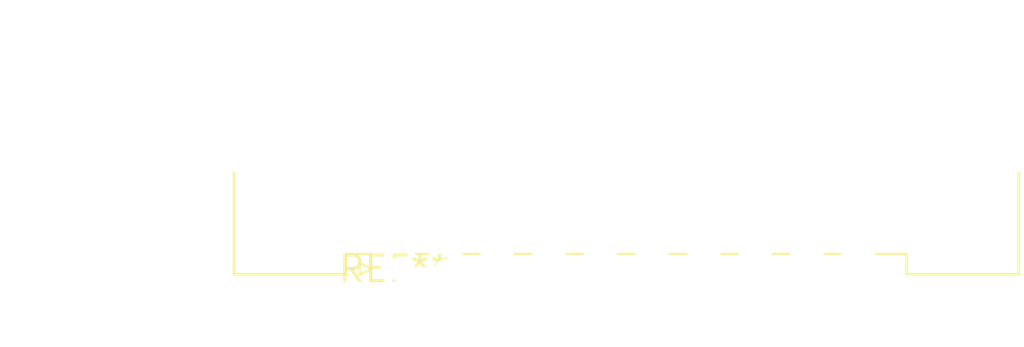
<source format=kicad_pcb>
(kicad_pcb (version 20240108) (generator pcbnew)
  (layers (0 "F.Cu" signal) (31 "B.Cu" signal) (34 "B.Paste" user) (35 "F.Paste" user) (36 "B.SilkS" user "B.Silkscreen") (37 "F.SilkS" user "F.Silkscreen") (38 "B.Mask" user) (39 "F.Mask" user) (44 "Edge.Cuts" user))
  (net 0 "")
  (footprint "DIN41612_B3_2x10_Male_Horizontal_THT" (layer "F.Cu") (at 0 0)
    (property "Reference" "REF**")
    (property "Value" "DIN41612_B3_2x10_Male_Horizontal_THT")
    (fp_line (start -7.88 -4.74) (end -7.88 0.26) (layer "F.SilkS") (stroke (width 0.12)))
    (fp_line (start -7.88 0.26) (end -2.36 0.26) (layer "F.SilkS") (stroke (width 0.12)))
    (fp_line (start -2.361 -0.74) (end -1.095 -0.74) (layer "F.SilkS") (stroke (width 0.12)))
    (fp_line (start -2.36 0.26) (end -2.36 -0.74) (layer "F.SilkS") (stroke (width 0.12)))
    (fp_line (start -1.695 -0.3) (end -1.695 0.3) (layer "F.SilkS") (stroke (width 0.12)))
    (fp_line (start -1.695 0.3) (end -1.095 0) (layer "F.SilkS") (stroke (width 0.12)))
    (fp_line (start -1.095 0) (end -1.695 -0.3) (layer "F.SilkS") (stroke (width 0.12)))
    (fp_line (start 1.095 -0.74) (end 1.671 -0.74) (layer "F.SilkS") (stroke (width 0.12)))
    (fp_line (start 3.41 -0.74) (end 4.211 -0.74) (layer "F.SilkS") (stroke (width 0.12)))
    (fp_line (start 5.95 -0.74) (end 6.751 -0.74) (layer "F.SilkS") (stroke (width 0.12)))
    (fp_line (start 8.49 -0.74) (end 9.291 -0.74) (layer "F.SilkS") (stroke (width 0.12)))
    (fp_line (start 11.03 -0.74) (end 11.831 -0.74) (layer "F.SilkS") (stroke (width 0.12)))
    (fp_line (start 13.57 -0.74) (end 14.371 -0.74) (layer "F.SilkS") (stroke (width 0.12)))
    (fp_line (start 16.11 -0.74) (end 16.911 -0.74) (layer "F.SilkS") (stroke (width 0.12)))
    (fp_line (start 18.65 -0.74) (end 19.451 -0.74) (layer "F.SilkS") (stroke (width 0.12)))
    (fp_line (start 21.19 -0.74) (end 21.991 -0.74) (layer "F.SilkS") (stroke (width 0.12)))
    (fp_line (start 23.73 -0.74) (end 25.22 -0.74) (layer "F.SilkS") (stroke (width 0.12)))
    (fp_line (start 25.22 0.26) (end 25.22 -0.74) (layer "F.SilkS") (stroke (width 0.12)))
    (fp_line (start 30.74 -4.74) (end 30.74 0.26) (layer "F.SilkS") (stroke (width 0.12)))
    (fp_line (start 30.74 0.26) (end 25.22 0.26) (layer "F.SilkS") (stroke (width 0.12)))
    (pad "" np_thru_hole circle (at -5.08 -2.54) (size 2.85 2.85) (drill 2.85) (layers *.Cu *.Mask))
    (pad "" np_thru_hole circle (at 27.94 -2.54) (size 2.85 2.85) (drill 2.85) (layers *.Cu *.Mask))
    (pad "a1" thru_hole roundrect (at 0 0) (size 1.55 1.55) (drill 1) (layers *.Cu *.Mask) (remove_unused_layers) (roundrect_rratio 0.16129))
    (pad "a2" thru_hole circle (at 2.54 0) (size 1.55 1.55) (drill 1) (layers *.Cu *.Mask) (remove_unused_layers))
    (pad "a3" thru_hole circle (at 5.08 0) (size 1.55 1.55) (drill 1) (layers *.Cu *.Mask) (remove_unused_layers))
    (pad "a4" thru_hole circle (at 7.62 0) (size 1.55 1.55) (drill 1) (layers *.Cu *.Mask) (remove_unused_layers))
    (pad "a5" thru_hole circle (at 10.16 0) (size 1.55 1.55) (drill 1) (layers *.Cu *.Mask) (remove_unused_layers))
    (pad "a6" thru_hole circle (at 12.7 0) (size 1.55 1.55) (drill 1) (layers *.Cu *.Mask) (remove_unused_layers))
    (pad "a7" thru_hole circle (at 15.24 0) (size 1.55 1.55) (drill 1) (layers *.Cu *.Mask) (remove_unused_layers))
    (pad "a8" thru_hole circle (at 17.78 0) (size 1.55 1.55) (drill 1) (layers *.Cu *.Mask) (remove_unused_layers))
    (pad "a9" thru_hole circle (at 20.32 0) (size 1.55 1.55) (drill 1) (layers *.Cu *.Mask) (remove_unused_layers))
    (pad "a10" thru_hole circle (at 22.86 0) (size 1.55 1.55) (drill 1) (layers *.Cu *.Mask) (remove_unused_layers))
    (pad "b1" thru_hole circle (at 0 2.54) (size 1.55 1.55) (drill 1) (layers *.Cu *.Mask) (remove_unused_layers))
    (pad "b2" thru_hole circle (at 2.54 2.54) (size 1.55 1.55) (drill 1) (layers *.Cu *.Mask) (remove_unused_layers))
    (pad "b3" thru_hole circle (at 5.08 2.54) (size 1.55 1.55) (drill 1) (layers *.Cu *.Mask) (remove_unused_layers))
    (pad "b4" thru_hole circle (at 7.62 2.54) (size 1.55 1.55) (drill 1) (layers *.Cu *.Mask) (remove_unused_layers))
    (pad "b5" thru_hole circle (at 10.16 2.54) (size 1.55 1.55) (drill 1) (layers *.Cu *.Mask) (remove_unused_layers))
    (pad "b6" thru_hole circle (at 12.7 2.54) (size 1.55 1.55) (drill 1) (layers *.Cu *.Mask) (remove_unused_layers))
    (pad "b7" thru_hole circle (at 15.24 2.54) (size 1.55 1.55) (drill 1) (layers *.Cu *.Mask) (remove_unused_layers))
    (pad "b8" thru_hole circle (at 17.78 2.54) (size 1.55 1.55) (drill 1) (layers *.Cu *.Mask) (remove_unused_layers))
    (pad "b9" thru_hole circle (at 20.32 2.54) (size 1.55 1.55) (drill 1) (layers *.Cu *.Mask) (remove_unused_layers))
    (pad "b10" thru_hole circle (at 22.86 2.54) (size 1.55 1.55) (drill 1) (layers *.Cu *.Mask) (remove_unused_layers))
  )
)
</source>
